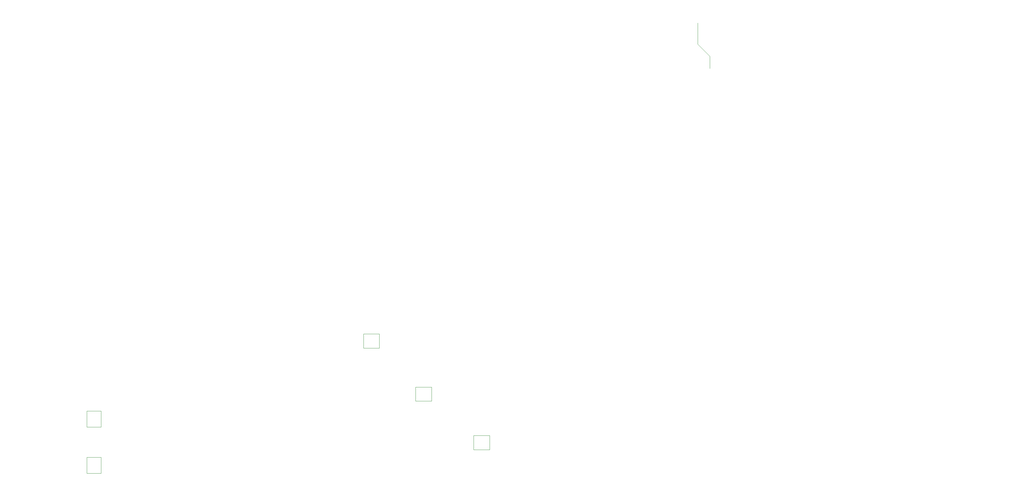
<source format=gtp>
*%FSLAX23Y23*%
*%MOIN*%
G01*
D22*
X10784Y9889D02*
D03*
X10803D02*
D03*
X10823D02*
D03*
X10843D02*
D03*
X10862D02*
D03*
X10882D02*
D03*
X10902D02*
D03*
X10921D02*
D03*
X10941D02*
D03*
X10961D02*
D03*
X10980D02*
D03*
X11000D02*
D03*
X11020D02*
D03*
X11039D02*
D03*
X11059D02*
D03*
X11079D02*
D03*
X11098D02*
D03*
X11118D02*
D03*
X11138D02*
D03*
X11158D02*
D03*
X11177D02*
D03*
X11197D02*
D03*
X11217D02*
D03*
X11236D02*
D03*
X11256D02*
D03*
X11276D02*
D03*
X11295D02*
D03*
X11315D02*
D03*
X11335D02*
D03*
X11354D02*
D03*
X11374D02*
D03*
X11394D02*
D03*
X11413D02*
D03*
X11433D02*
D03*
X11453D02*
D03*
X11472D02*
D03*
Y9047D02*
D03*
X11453D02*
D03*
X11433D02*
D03*
X11413D02*
D03*
X11394D02*
D03*
X11374D02*
D03*
X11354D02*
D03*
X11335D02*
D03*
X11315D02*
D03*
X11295D02*
D03*
X11276D02*
D03*
X11256D02*
D03*
X11236D02*
D03*
X11217D02*
D03*
X11197D02*
D03*
X11177D02*
D03*
X11158D02*
D03*
X11138D02*
D03*
X11118D02*
D03*
X11098D02*
D03*
X11079D02*
D03*
X11059D02*
D03*
X11039D02*
D03*
X11020D02*
D03*
X11000D02*
D03*
X10980D02*
D03*
X10961D02*
D03*
X10941D02*
D03*
X10921D02*
D03*
X10902D02*
D03*
X10882D02*
D03*
X10862D02*
D03*
X10843D02*
D03*
X10823D02*
D03*
X10803D02*
D03*
X10784D02*
D03*
D23*
X12403Y10369D02*
D03*
X12423D02*
D03*
X12442D02*
D03*
X12462D02*
D03*
X12482D02*
D03*
X12501D02*
D03*
X12521D02*
D03*
X12541D02*
D03*
X12560D02*
D03*
X12580D02*
D03*
X12600D02*
D03*
X12619D02*
D03*
X12639D02*
D03*
X12659D02*
D03*
X12679D02*
D03*
X12698D02*
D03*
X12718D02*
D03*
X12738D02*
D03*
X12757D02*
D03*
X12777D02*
D03*
X12797D02*
D03*
X12816D02*
D03*
X12836D02*
D03*
X12856D02*
D03*
X12383Y9755D02*
D03*
X12403D02*
D03*
X12423D02*
D03*
X12442D02*
D03*
X12462D02*
D03*
X12482D02*
D03*
X12501D02*
D03*
X12521D02*
D03*
X12541D02*
D03*
X12560D02*
D03*
X12580D02*
D03*
X12600D02*
D03*
X12619D02*
D03*
X12639D02*
D03*
X12659D02*
D03*
X12679D02*
D03*
X12698D02*
D03*
X12718D02*
D03*
X12738D02*
D03*
X12757D02*
D03*
X12777D02*
D03*
X12797D02*
D03*
X12816D02*
D03*
X12836D02*
D03*
X12856D02*
D03*
X12383Y10369D02*
D03*
X12380Y8802D02*
D03*
X12361D02*
D03*
X12341D02*
D03*
X12321D02*
D03*
X12302D02*
D03*
X12282D02*
D03*
X12262D02*
D03*
X12243D02*
D03*
X12223D02*
D03*
X12203D02*
D03*
X12184D02*
D03*
X12164D02*
D03*
X12144D02*
D03*
X12125D02*
D03*
X12105D02*
D03*
X12085D02*
D03*
X12066D02*
D03*
X12046D02*
D03*
X12026D02*
D03*
X12006D02*
D03*
X11987D02*
D03*
X11967D02*
D03*
X11947D02*
D03*
X11928D02*
D03*
X12400Y9416D02*
D03*
X12380D02*
D03*
X12361D02*
D03*
X12341D02*
D03*
X12321D02*
D03*
X12302D02*
D03*
X12282D02*
D03*
X12262D02*
D03*
X12243D02*
D03*
X12223D02*
D03*
X12203D02*
D03*
X12184D02*
D03*
X12164D02*
D03*
X12144D02*
D03*
X12125D02*
D03*
X12105D02*
D03*
X12085D02*
D03*
X12066D02*
D03*
X12046D02*
D03*
X12026D02*
D03*
X12006D02*
D03*
X11987D02*
D03*
X11967D02*
D03*
X11947D02*
D03*
X11928D02*
D03*
X12400Y8802D02*
D03*
D25*
X13830Y9248D02*
D03*
X13907D02*
D03*
X13932D02*
D03*
X13958D02*
D03*
X13984D02*
D03*
X14009D02*
D03*
X14034D02*
D03*
X14060D02*
D03*
X14086D02*
D03*
X14112D02*
D03*
X14137D02*
D03*
X13881D02*
D03*
X13856D02*
D03*
X13804D02*
D03*
X13779D02*
D03*
X13754D02*
D03*
X13728D02*
D03*
X13702D02*
D03*
X13676D02*
D03*
X13651D02*
D03*
Y9838D02*
D03*
X13676D02*
D03*
X13702D02*
D03*
X13728D02*
D03*
X13754D02*
D03*
X13779D02*
D03*
X13804D02*
D03*
X13830D02*
D03*
X13856D02*
D03*
X13881D02*
D03*
X13907D02*
D03*
X13932D02*
D03*
X13958D02*
D03*
X13984D02*
D03*
X14009D02*
D03*
X14034D02*
D03*
X14060D02*
D03*
X14086D02*
D03*
X14112D02*
D03*
X14137D02*
D03*
X13488Y6727D02*
D03*
X13514D02*
D03*
X13540D02*
D03*
X13591D02*
D03*
X13616D02*
D03*
X13642D02*
D03*
X13668D02*
D03*
X13693D02*
D03*
X13719D02*
D03*
X13744D02*
D03*
X13770D02*
D03*
X13796D02*
D03*
X13821D02*
D03*
X13846D02*
D03*
X13872D02*
D03*
X13898D02*
D03*
X13924D02*
D03*
X13949D02*
D03*
Y7317D02*
D03*
X13924D02*
D03*
X13898D02*
D03*
X13872D02*
D03*
X13846D02*
D03*
X13821D02*
D03*
X13796D02*
D03*
X13770D02*
D03*
X13744D02*
D03*
X13719D02*
D03*
X13668D02*
D03*
X13642D02*
D03*
X13616D02*
D03*
X13591D02*
D03*
X13566D02*
D03*
X13540D02*
D03*
X13514D02*
D03*
X13488D02*
D03*
X13463D02*
D03*
Y6727D02*
D03*
X13566D02*
D03*
X13693Y7317D02*
D03*
D29*
X11195Y8492D02*
D03*
X11235Y8453D02*
D03*
X11038Y8295D02*
D03*
X11471Y8649D02*
D03*
Y8610D02*
D03*
Y8571D02*
D03*
Y8531D02*
D03*
Y8453D02*
D03*
Y8413D02*
D03*
Y8374D02*
D03*
Y8334D02*
D03*
Y8295D02*
D03*
Y8256D02*
D03*
Y8216D02*
D03*
Y8177D02*
D03*
Y8138D02*
D03*
Y8098D02*
D03*
Y8059D02*
D03*
Y8020D02*
D03*
Y7980D02*
D03*
Y7941D02*
D03*
Y7901D02*
D03*
Y7862D02*
D03*
Y7823D02*
D03*
X11431Y8649D02*
D03*
Y8610D02*
D03*
Y8571D02*
D03*
Y8531D02*
D03*
Y8492D02*
D03*
Y8453D02*
D03*
Y8413D02*
D03*
Y8374D02*
D03*
Y8334D02*
D03*
Y8295D02*
D03*
Y8256D02*
D03*
Y8216D02*
D03*
Y8177D02*
D03*
Y8138D02*
D03*
Y8098D02*
D03*
Y8059D02*
D03*
Y8020D02*
D03*
Y7980D02*
D03*
Y7941D02*
D03*
Y7901D02*
D03*
Y7862D02*
D03*
Y7823D02*
D03*
X11392Y8649D02*
D03*
Y8610D02*
D03*
Y8571D02*
D03*
Y8531D02*
D03*
Y8492D02*
D03*
Y8374D02*
D03*
Y8334D02*
D03*
Y8295D02*
D03*
Y8256D02*
D03*
Y8216D02*
D03*
Y8177D02*
D03*
Y8138D02*
D03*
Y8098D02*
D03*
Y8059D02*
D03*
Y8020D02*
D03*
Y7980D02*
D03*
Y7941D02*
D03*
Y7901D02*
D03*
Y7862D02*
D03*
Y7823D02*
D03*
X11353Y8649D02*
D03*
Y8610D02*
D03*
Y8571D02*
D03*
Y8531D02*
D03*
Y8374D02*
D03*
Y8334D02*
D03*
Y8295D02*
D03*
Y8256D02*
D03*
Y8216D02*
D03*
Y8177D02*
D03*
Y8138D02*
D03*
Y8098D02*
D03*
Y8059D02*
D03*
Y8020D02*
D03*
Y7980D02*
D03*
Y7941D02*
D03*
Y7901D02*
D03*
Y7862D02*
D03*
Y7823D02*
D03*
X11313Y8649D02*
D03*
Y8610D02*
D03*
Y8571D02*
D03*
Y8531D02*
D03*
X11274Y8649D02*
D03*
Y8610D02*
D03*
Y8571D02*
D03*
Y8531D02*
D03*
X11235Y8649D02*
D03*
Y8610D02*
D03*
Y8571D02*
D03*
Y8531D02*
D03*
X11195Y8610D02*
D03*
Y8571D02*
D03*
Y8531D02*
D03*
X11156Y8649D02*
D03*
Y8610D02*
D03*
Y8571D02*
D03*
Y8531D02*
D03*
X11117Y8649D02*
D03*
Y8610D02*
D03*
Y8571D02*
D03*
Y8531D02*
D03*
X11077Y8649D02*
D03*
Y8610D02*
D03*
Y8571D02*
D03*
Y8531D02*
D03*
X11038Y8649D02*
D03*
Y8610D02*
D03*
Y8571D02*
D03*
Y8531D02*
D03*
X10998Y8649D02*
D03*
Y8610D02*
D03*
Y8571D02*
D03*
Y8531D02*
D03*
X10959Y8649D02*
D03*
Y8610D02*
D03*
Y8571D02*
D03*
Y8531D02*
D03*
X10920Y8649D02*
D03*
Y8610D02*
D03*
Y8571D02*
D03*
Y8531D02*
D03*
X10880Y8649D02*
D03*
Y8610D02*
D03*
Y8571D02*
D03*
Y8531D02*
D03*
X10841Y8610D02*
D03*
Y8571D02*
D03*
Y8531D02*
D03*
X10802Y8649D02*
D03*
Y8610D02*
D03*
Y8571D02*
D03*
Y8531D02*
D03*
X10762Y8649D02*
D03*
Y8610D02*
D03*
Y8571D02*
D03*
Y8531D02*
D03*
X10723Y8649D02*
D03*
Y8610D02*
D03*
Y8571D02*
D03*
Y8531D02*
D03*
X10683Y8649D02*
D03*
Y8610D02*
D03*
Y8571D02*
D03*
Y8531D02*
D03*
X10644Y8649D02*
D03*
Y8610D02*
D03*
Y8571D02*
D03*
Y8531D02*
D03*
X11353Y8492D02*
D03*
X11471D02*
D03*
X11353Y8413D02*
D03*
X11392D02*
D03*
X11353Y8453D02*
D03*
X11313Y8492D02*
D03*
Y8453D02*
D03*
Y8413D02*
D03*
Y8374D02*
D03*
Y8334D02*
D03*
Y8295D02*
D03*
Y8256D02*
D03*
Y8216D02*
D03*
Y8177D02*
D03*
Y8138D02*
D03*
Y8098D02*
D03*
Y8059D02*
D03*
Y8020D02*
D03*
Y7980D02*
D03*
Y7941D02*
D03*
Y7901D02*
D03*
Y7862D02*
D03*
Y7823D02*
D03*
X11274Y8492D02*
D03*
Y8453D02*
D03*
Y8413D02*
D03*
Y8374D02*
D03*
Y8334D02*
D03*
Y8295D02*
D03*
Y8256D02*
D03*
Y8216D02*
D03*
Y8177D02*
D03*
Y8138D02*
D03*
Y8098D02*
D03*
Y8059D02*
D03*
Y8020D02*
D03*
Y7980D02*
D03*
Y7941D02*
D03*
Y7901D02*
D03*
Y7862D02*
D03*
Y7823D02*
D03*
X11235Y8492D02*
D03*
Y8413D02*
D03*
Y8374D02*
D03*
Y8334D02*
D03*
Y8295D02*
D03*
Y8256D02*
D03*
Y8216D02*
D03*
Y8177D02*
D03*
Y8138D02*
D03*
Y8098D02*
D03*
Y8059D02*
D03*
Y8020D02*
D03*
Y7980D02*
D03*
Y7941D02*
D03*
Y7901D02*
D03*
Y7862D02*
D03*
Y7823D02*
D03*
X11195Y8649D02*
D03*
Y8453D02*
D03*
Y8413D02*
D03*
X11156Y8492D02*
D03*
Y8453D02*
D03*
Y8413D02*
D03*
X11117Y8492D02*
D03*
Y8453D02*
D03*
Y8413D02*
D03*
X11077Y8492D02*
D03*
Y8453D02*
D03*
Y8413D02*
D03*
X11038Y8492D02*
D03*
Y8453D02*
D03*
Y8413D02*
D03*
X10998Y8492D02*
D03*
Y8453D02*
D03*
Y8413D02*
D03*
X10959Y8492D02*
D03*
Y8453D02*
D03*
Y8413D02*
D03*
X10920Y8492D02*
D03*
Y8453D02*
D03*
Y8413D02*
D03*
X10880Y8492D02*
D03*
Y8453D02*
D03*
Y8413D02*
D03*
Y8374D02*
D03*
Y8334D02*
D03*
Y8295D02*
D03*
Y8256D02*
D03*
Y8216D02*
D03*
Y8177D02*
D03*
Y8138D02*
D03*
Y8098D02*
D03*
Y8059D02*
D03*
Y8020D02*
D03*
Y7980D02*
D03*
Y7941D02*
D03*
Y7901D02*
D03*
Y7862D02*
D03*
Y7823D02*
D03*
X10841Y8649D02*
D03*
X11156Y8334D02*
D03*
Y8295D02*
D03*
Y8256D02*
D03*
Y8216D02*
D03*
Y8177D02*
D03*
Y8138D02*
D03*
X11117Y8334D02*
D03*
Y8295D02*
D03*
Y8256D02*
D03*
Y8216D02*
D03*
Y8177D02*
D03*
Y8138D02*
D03*
X11077Y8334D02*
D03*
Y8295D02*
D03*
Y8256D02*
D03*
Y8216D02*
D03*
Y8177D02*
D03*
Y8138D02*
D03*
X11038Y8334D02*
D03*
Y8216D02*
D03*
Y8177D02*
D03*
Y8138D02*
D03*
Y8256D02*
D03*
X10998Y8334D02*
D03*
Y8295D02*
D03*
Y8256D02*
D03*
Y8216D02*
D03*
Y8177D02*
D03*
Y8138D02*
D03*
X10959Y8334D02*
D03*
Y8295D02*
D03*
Y8256D02*
D03*
Y8216D02*
D03*
Y8177D02*
D03*
Y8138D02*
D03*
X11195Y8059D02*
D03*
Y8020D02*
D03*
Y7980D02*
D03*
Y7941D02*
D03*
Y7901D02*
D03*
Y7862D02*
D03*
Y7823D02*
D03*
X11156Y8059D02*
D03*
Y8020D02*
D03*
Y7980D02*
D03*
Y7941D02*
D03*
Y7901D02*
D03*
Y7862D02*
D03*
Y7823D02*
D03*
X11117Y8059D02*
D03*
Y8020D02*
D03*
Y7980D02*
D03*
Y7941D02*
D03*
Y7901D02*
D03*
Y7862D02*
D03*
Y7823D02*
D03*
X11077Y8059D02*
D03*
Y8020D02*
D03*
Y7980D02*
D03*
Y7941D02*
D03*
Y7901D02*
D03*
Y7862D02*
D03*
Y7823D02*
D03*
X11038Y8059D02*
D03*
Y8020D02*
D03*
Y7980D02*
D03*
Y7941D02*
D03*
Y7901D02*
D03*
Y7862D02*
D03*
Y7823D02*
D03*
X10998Y8059D02*
D03*
Y8020D02*
D03*
Y7980D02*
D03*
Y7941D02*
D03*
Y7901D02*
D03*
Y7862D02*
D03*
Y7823D02*
D03*
X10959Y8020D02*
D03*
Y7980D02*
D03*
Y7941D02*
D03*
Y7901D02*
D03*
Y7862D02*
D03*
Y7823D02*
D03*
X10920Y8059D02*
D03*
X10959D02*
D03*
X10920Y8020D02*
D03*
Y7980D02*
D03*
Y7941D02*
D03*
Y7901D02*
D03*
Y7862D02*
D03*
Y7823D02*
D03*
X10841Y8492D02*
D03*
Y8453D02*
D03*
Y8413D02*
D03*
Y8374D02*
D03*
Y8334D02*
D03*
Y8295D02*
D03*
Y8256D02*
D03*
Y8216D02*
D03*
Y8177D02*
D03*
Y8138D02*
D03*
Y8098D02*
D03*
Y8059D02*
D03*
Y8020D02*
D03*
Y7980D02*
D03*
Y7941D02*
D03*
Y7901D02*
D03*
Y7862D02*
D03*
Y7823D02*
D03*
X10802Y8492D02*
D03*
Y8453D02*
D03*
Y8413D02*
D03*
Y8374D02*
D03*
Y8334D02*
D03*
Y8295D02*
D03*
Y8256D02*
D03*
Y8216D02*
D03*
Y8177D02*
D03*
Y8138D02*
D03*
Y8098D02*
D03*
Y8059D02*
D03*
Y8020D02*
D03*
Y7980D02*
D03*
Y7941D02*
D03*
Y7901D02*
D03*
Y7862D02*
D03*
Y7823D02*
D03*
X10762Y8492D02*
D03*
Y8453D02*
D03*
Y8413D02*
D03*
Y8374D02*
D03*
Y8334D02*
D03*
Y8295D02*
D03*
Y8256D02*
D03*
Y8216D02*
D03*
Y8177D02*
D03*
Y8138D02*
D03*
Y8098D02*
D03*
Y8059D02*
D03*
Y8020D02*
D03*
Y7980D02*
D03*
Y7941D02*
D03*
Y7901D02*
D03*
Y7862D02*
D03*
Y7823D02*
D03*
X10723Y8492D02*
D03*
Y8453D02*
D03*
Y8413D02*
D03*
Y8374D02*
D03*
Y8334D02*
D03*
Y8295D02*
D03*
Y8256D02*
D03*
Y8216D02*
D03*
Y8177D02*
D03*
Y8138D02*
D03*
Y8098D02*
D03*
Y8059D02*
D03*
Y8020D02*
D03*
Y7980D02*
D03*
Y7941D02*
D03*
Y7901D02*
D03*
Y7862D02*
D03*
Y7823D02*
D03*
X10683Y8492D02*
D03*
Y8453D02*
D03*
Y8413D02*
D03*
Y8374D02*
D03*
Y8334D02*
D03*
Y8295D02*
D03*
Y8256D02*
D03*
Y8216D02*
D03*
Y8177D02*
D03*
Y8138D02*
D03*
Y8098D02*
D03*
Y8059D02*
D03*
Y8020D02*
D03*
Y7980D02*
D03*
Y7941D02*
D03*
Y7901D02*
D03*
Y7862D02*
D03*
X10683Y7823D02*
D03*
X10644Y8492D02*
D03*
Y8453D02*
D03*
Y8413D02*
D03*
Y8374D02*
D03*
Y8334D02*
D03*
Y8295D02*
D03*
Y8256D02*
D03*
Y8216D02*
D03*
Y8177D02*
D03*
Y8138D02*
D03*
Y8098D02*
D03*
Y8059D02*
D03*
Y8020D02*
D03*
Y7980D02*
D03*
Y7941D02*
D03*
Y7901D02*
D03*
Y7862D02*
D03*
Y7823D02*
D03*
X11392Y8453D02*
D03*
D33*
X12049Y10013D02*
Y10147D01*
X11916Y10280D02*
Y10512D01*
Y10280D02*
X12049Y10147D01*
D36*
X11491Y7803D02*
D03*
X11223Y8401D02*
D03*
X10892D02*
D03*
X10998Y8390D02*
D03*
X11211Y8307D02*
D03*
X10703Y8590D02*
D03*
Y8512D02*
D03*
Y8472D02*
D03*
Y8433D02*
D03*
Y8394D02*
D03*
Y8354D02*
D03*
Y8315D02*
D03*
Y8275D02*
D03*
X10742D02*
D03*
Y8315D02*
D03*
Y8354D02*
D03*
Y8394D02*
D03*
Y8433D02*
D03*
Y8472D02*
D03*
Y8590D02*
D03*
X10782D02*
D03*
Y8551D02*
D03*
Y8512D02*
D03*
Y8472D02*
D03*
Y8433D02*
D03*
Y8394D02*
D03*
Y8354D02*
D03*
Y8315D02*
D03*
X10821Y8275D02*
D03*
Y8315D02*
D03*
Y8354D02*
D03*
Y8394D02*
D03*
Y8433D02*
D03*
Y8472D02*
D03*
Y8551D02*
D03*
Y8590D02*
D03*
X10861D02*
D03*
Y8551D02*
D03*
Y8512D02*
D03*
Y8472D02*
D03*
Y8433D02*
D03*
Y8394D02*
D03*
Y8354D02*
D03*
Y8315D02*
D03*
Y8275D02*
D03*
X11254D02*
D03*
Y8315D02*
D03*
Y8354D02*
D03*
Y8394D02*
D03*
Y8433D02*
D03*
Y8472D02*
D03*
Y8512D02*
D03*
Y8551D02*
D03*
Y8590D02*
D03*
X11294D02*
D03*
Y8551D02*
D03*
Y8512D02*
D03*
Y8472D02*
D03*
Y8433D02*
D03*
Y8394D02*
D03*
Y8354D02*
D03*
Y8315D02*
D03*
Y8275D02*
D03*
X11333D02*
D03*
Y8315D02*
D03*
Y8354D02*
D03*
Y8394D02*
D03*
Y8433D02*
D03*
Y8512D02*
D03*
Y8590D02*
D03*
X11372Y8512D02*
D03*
Y8472D02*
D03*
Y8433D02*
D03*
Y8394D02*
D03*
Y8354D02*
D03*
Y8315D02*
D03*
Y8275D02*
D03*
X11412Y8315D02*
D03*
Y8354D02*
D03*
Y8394D02*
D03*
Y8433D02*
D03*
Y8472D02*
D03*
Y8512D02*
D03*
Y8551D02*
D03*
Y8590D02*
D03*
X10900D02*
D03*
Y8551D02*
D03*
Y8512D02*
D03*
Y8472D02*
D03*
Y8433D02*
D03*
X10939D02*
D03*
Y8472D02*
D03*
Y8512D02*
D03*
Y8551D02*
D03*
Y8590D02*
D03*
X10979D02*
D03*
Y8551D02*
D03*
Y8512D02*
D03*
Y8472D02*
D03*
X11018Y8590D02*
D03*
Y8551D02*
D03*
Y8512D02*
D03*
Y8472D02*
D03*
Y8433D02*
D03*
X11057Y8512D02*
D03*
Y8551D02*
D03*
Y8590D02*
D03*
X11097D02*
D03*
Y8551D02*
D03*
Y8512D02*
D03*
Y8472D02*
D03*
Y8433D02*
D03*
X11136D02*
D03*
Y8472D02*
D03*
Y8512D02*
D03*
Y8551D02*
D03*
Y8590D02*
D03*
X11176D02*
D03*
Y8551D02*
D03*
Y8512D02*
D03*
Y8472D02*
D03*
Y8433D02*
D03*
X11215D02*
D03*
Y8472D02*
D03*
Y8512D02*
D03*
Y8551D02*
D03*
Y8590D02*
D03*
X10664Y8630D02*
D03*
X10624Y8669D02*
D03*
X11451Y8630D02*
D03*
X10979Y8315D02*
D03*
X11057D02*
D03*
X11136D02*
D03*
X10782Y8275D02*
D03*
X11412D02*
D03*
X10979Y8433D02*
D03*
X11059Y8038D02*
D03*
X11334Y8000D02*
D03*
X11098Y8039D02*
D03*
X11223Y8071D02*
D03*
X11113Y8083D02*
D03*
X10904Y8169D02*
D03*
X10900Y8075D02*
D03*
X11057Y8000D02*
D03*
X10703Y8157D02*
D03*
Y8118D02*
D03*
Y8079D02*
D03*
Y8039D02*
D03*
Y8000D02*
D03*
Y7960D02*
D03*
Y7882D02*
D03*
X10742Y7960D02*
D03*
Y8000D02*
D03*
Y8039D02*
D03*
Y8118D02*
D03*
Y8157D02*
D03*
Y8197D02*
D03*
Y8236D02*
D03*
X10782D02*
D03*
Y8197D02*
D03*
Y8157D02*
D03*
Y8118D02*
D03*
X10821Y7882D02*
D03*
Y7921D02*
D03*
Y7960D02*
D03*
Y8000D02*
D03*
Y8039D02*
D03*
Y8079D02*
D03*
Y8118D02*
D03*
Y8157D02*
D03*
Y8197D02*
D03*
X10861D02*
D03*
Y8157D02*
D03*
Y8118D02*
D03*
Y8079D02*
D03*
Y8039D02*
D03*
Y7960D02*
D03*
Y7921D02*
D03*
Y7882D02*
D03*
X11254D02*
D03*
Y7921D02*
D03*
Y7960D02*
D03*
Y8000D02*
D03*
Y8039D02*
D03*
Y8079D02*
D03*
Y8118D02*
D03*
Y8157D02*
D03*
Y8197D02*
D03*
X11294D02*
D03*
Y8157D02*
D03*
Y8118D02*
D03*
Y8079D02*
D03*
Y8039D02*
D03*
Y8000D02*
D03*
Y7921D02*
D03*
Y7882D02*
D03*
X11333D02*
D03*
Y7921D02*
D03*
Y7960D02*
D03*
Y8039D02*
D03*
Y8079D02*
D03*
Y8118D02*
D03*
Y8157D02*
D03*
Y8236D02*
D03*
X11372D02*
D03*
Y8197D02*
D03*
Y8157D02*
D03*
Y8118D02*
D03*
Y8079D02*
D03*
Y8039D02*
D03*
Y8000D02*
D03*
Y7882D02*
D03*
X11412D02*
D03*
Y7960D02*
D03*
Y8000D02*
D03*
Y8039D02*
D03*
Y8079D02*
D03*
Y8118D02*
D03*
Y8157D02*
D03*
Y8197D02*
D03*
Y8236D02*
D03*
X10900Y8039D02*
D03*
Y7960D02*
D03*
Y7921D02*
D03*
Y7882D02*
D03*
X10939D02*
D03*
Y7921D02*
D03*
Y7960D02*
D03*
Y8000D02*
D03*
Y8039D02*
D03*
X10979Y7960D02*
D03*
Y7921D02*
D03*
Y7882D02*
D03*
X11018D02*
D03*
Y7921D02*
D03*
Y7960D02*
D03*
Y8000D02*
D03*
Y8039D02*
D03*
X11057Y7960D02*
D03*
Y7921D02*
D03*
Y7882D02*
D03*
X11097D02*
D03*
Y7921D02*
D03*
Y7960D02*
D03*
Y8000D02*
D03*
X11136Y8039D02*
D03*
Y8000D02*
D03*
Y7960D02*
D03*
Y7921D02*
D03*
Y7882D02*
D03*
X11176D02*
D03*
Y7921D02*
D03*
Y7960D02*
D03*
Y8000D02*
D03*
Y8039D02*
D03*
X11215D02*
D03*
Y8000D02*
D03*
Y7960D02*
D03*
Y7921D02*
D03*
Y7882D02*
D03*
X11451Y7842D02*
D03*
X10664D02*
D03*
X10624Y7803D02*
D03*
X10979Y8236D02*
D03*
X11057D02*
D03*
X11136D02*
D03*
X10979Y8157D02*
D03*
X11136D02*
D03*
X10782Y7960D02*
D03*
Y8079D02*
D03*
Y8039D02*
D03*
X10703Y8197D02*
D03*
X10703Y7921D02*
D03*
X10703Y8236D02*
D03*
X10742Y8079D02*
D03*
X10782Y7882D02*
D03*
X10861Y8000D02*
D03*
X10900D02*
D03*
X10979D02*
D03*
X11057Y8157D02*
D03*
X10979Y8039D02*
D03*
X11333Y8197D02*
D03*
D58*
X11549Y9812D02*
D03*
Y9793D02*
D03*
Y9773D02*
D03*
Y9753D02*
D03*
Y9734D02*
D03*
Y9714D02*
D03*
Y9694D02*
D03*
Y9675D02*
D03*
Y9655D02*
D03*
Y9635D02*
D03*
Y9616D02*
D03*
Y9596D02*
D03*
Y9576D02*
D03*
Y9557D02*
D03*
Y9537D02*
D03*
Y9517D02*
D03*
Y9498D02*
D03*
Y9478D02*
D03*
Y9458D02*
D03*
Y9438D02*
D03*
Y9419D02*
D03*
Y9399D02*
D03*
Y9379D02*
D03*
Y9360D02*
D03*
Y9340D02*
D03*
Y9320D02*
D03*
Y9301D02*
D03*
Y9281D02*
D03*
Y9261D02*
D03*
Y9242D02*
D03*
Y9222D02*
D03*
Y9202D02*
D03*
Y9183D02*
D03*
Y9163D02*
D03*
Y9143D02*
D03*
Y9124D02*
D03*
X10707Y9557D02*
D03*
Y9655D02*
D03*
Y9537D02*
D03*
Y9498D02*
D03*
Y9517D02*
D03*
Y9458D02*
D03*
Y9438D02*
D03*
Y9419D02*
D03*
Y9399D02*
D03*
Y9379D02*
D03*
Y9360D02*
D03*
Y9340D02*
D03*
Y9320D02*
D03*
Y9301D02*
D03*
Y9281D02*
D03*
Y9261D02*
D03*
Y9242D02*
D03*
Y9222D02*
D03*
Y9202D02*
D03*
Y9183D02*
D03*
Y9163D02*
D03*
Y9143D02*
D03*
Y9124D02*
D03*
Y9812D02*
D03*
Y9793D02*
D03*
Y9773D02*
D03*
Y9753D02*
D03*
Y9734D02*
D03*
Y9714D02*
D03*
Y9694D02*
D03*
Y9675D02*
D03*
Y9635D02*
D03*
Y9616D02*
D03*
Y9596D02*
D03*
Y9576D02*
D03*
Y9478D02*
D03*
D59*
X13599Y9530D02*
D03*
X14189Y9403D02*
D03*
Y9300D02*
D03*
X13599D02*
D03*
Y9325D02*
D03*
Y9351D02*
D03*
Y9377D02*
D03*
Y9403D02*
D03*
Y9428D02*
D03*
Y9453D02*
D03*
Y9479D02*
D03*
Y9505D02*
D03*
Y9556D02*
D03*
Y9581D02*
D03*
Y9607D02*
D03*
Y9633D02*
D03*
Y9658D02*
D03*
Y9683D02*
D03*
Y9709D02*
D03*
Y9735D02*
D03*
Y9761D02*
D03*
Y9786D02*
D03*
X14189D02*
D03*
Y9761D02*
D03*
Y9735D02*
D03*
Y9709D02*
D03*
Y9683D02*
D03*
Y9658D02*
D03*
Y9633D02*
D03*
Y9607D02*
D03*
Y9581D02*
D03*
Y9556D02*
D03*
Y9530D02*
D03*
Y9505D02*
D03*
Y9479D02*
D03*
Y9453D02*
D03*
Y9428D02*
D03*
Y9377D02*
D03*
Y9351D02*
D03*
Y9325D02*
D03*
X14001Y6779D02*
D03*
Y6804D02*
D03*
Y6830D02*
D03*
Y6856D02*
D03*
Y6882D02*
D03*
Y6907D02*
D03*
Y6932D02*
D03*
Y6958D02*
D03*
Y6984D02*
D03*
Y7009D02*
D03*
Y7035D02*
D03*
Y7060D02*
D03*
Y7086D02*
D03*
Y7112D02*
D03*
Y7137D02*
D03*
Y7162D02*
D03*
Y7188D02*
D03*
Y7214D02*
D03*
Y7240D02*
D03*
Y7265D02*
D03*
X13411D02*
D03*
Y7240D02*
D03*
Y7214D02*
D03*
Y7188D02*
D03*
Y7162D02*
D03*
Y7137D02*
D03*
Y7112D02*
D03*
Y7060D02*
D03*
Y7035D02*
D03*
Y6779D02*
D03*
Y6804D02*
D03*
Y6830D02*
D03*
Y6856D02*
D03*
Y6882D02*
D03*
Y6907D02*
D03*
Y6932D02*
D03*
Y6958D02*
D03*
Y6984D02*
D03*
Y7009D02*
D03*
Y7086D02*
D03*
D67*
X12312Y10298D02*
D03*
Y10278D02*
D03*
Y10259D02*
D03*
Y10239D02*
D03*
Y10219D02*
D03*
Y10200D02*
D03*
Y10180D02*
D03*
Y10160D02*
D03*
Y10141D02*
D03*
Y10121D02*
D03*
Y10101D02*
D03*
Y10082D02*
D03*
Y10062D02*
D03*
Y10022D02*
D03*
Y10042D02*
D03*
Y10003D02*
D03*
Y9983D02*
D03*
Y9963D02*
D03*
Y9944D02*
D03*
Y9924D02*
D03*
Y9885D02*
D03*
Y9865D02*
D03*
Y9845D02*
D03*
Y9826D02*
D03*
X12927Y10278D02*
D03*
Y10259D02*
D03*
Y10239D02*
D03*
Y10219D02*
D03*
Y10200D02*
D03*
Y10180D02*
D03*
Y10160D02*
D03*
Y10141D02*
D03*
Y10121D02*
D03*
Y10101D02*
D03*
Y10082D02*
D03*
Y10062D02*
D03*
Y10042D02*
D03*
Y10022D02*
D03*
Y10003D02*
D03*
Y9983D02*
D03*
Y9963D02*
D03*
Y9944D02*
D03*
Y9924D02*
D03*
Y9904D02*
D03*
Y9885D02*
D03*
Y9865D02*
D03*
Y9845D02*
D03*
Y9826D02*
D03*
Y10298D02*
D03*
X12312Y9904D02*
D03*
X12471Y8872D02*
D03*
Y8892D02*
D03*
Y8912D02*
D03*
Y8932D02*
D03*
Y8951D02*
D03*
Y8971D02*
D03*
Y8991D02*
D03*
Y9010D02*
D03*
Y9030D02*
D03*
Y9050D02*
D03*
Y9069D02*
D03*
Y9089D02*
D03*
Y9109D02*
D03*
Y9148D02*
D03*
Y9128D02*
D03*
Y9168D02*
D03*
Y9187D02*
D03*
Y9207D02*
D03*
Y9227D02*
D03*
Y9246D02*
D03*
Y9286D02*
D03*
Y9306D02*
D03*
Y9325D02*
D03*
Y9345D02*
D03*
X11857Y8892D02*
D03*
Y8912D02*
D03*
Y8932D02*
D03*
Y8951D02*
D03*
Y8971D02*
D03*
Y8991D02*
D03*
Y9010D02*
D03*
Y9030D02*
D03*
Y9050D02*
D03*
Y9069D02*
D03*
Y9089D02*
D03*
Y9109D02*
D03*
Y9128D02*
D03*
Y9148D02*
D03*
Y9168D02*
D03*
Y9187D02*
D03*
Y9207D02*
D03*
Y9227D02*
D03*
Y9246D02*
D03*
Y9266D02*
D03*
Y9286D02*
D03*
Y9306D02*
D03*
Y9325D02*
D03*
Y9345D02*
D03*
Y8872D02*
D03*
X12471Y9266D02*
D03*
D70*
X14561Y10278D02*
D03*
X14574Y6989D02*
D03*
D75*
X10522Y10528D02*
D03*
Y10478D02*
D03*
Y10428D02*
D03*
Y10378D02*
D03*
X10302D02*
D03*
Y10428D02*
D03*
Y10478D02*
D03*
Y10528D02*
D03*
X5050Y8952D02*
D03*
Y9002D02*
D03*
Y9052D02*
D03*
Y9102D02*
D03*
Y9152D02*
D03*
Y9202D02*
D03*
Y9252D02*
D03*
Y9302D02*
D03*
X4830D02*
D03*
Y9252D02*
D03*
Y9202D02*
D03*
Y9152D02*
D03*
Y9102D02*
D03*
Y9052D02*
D03*
Y9002D02*
D03*
Y8952D02*
D03*
D91*
X11805Y6427D02*
D03*
X11825D02*
D03*
X11845D02*
D03*
X11864D02*
D03*
X11825Y6092D02*
D03*
X11845D02*
D03*
X11864D02*
D03*
X11884D02*
D03*
X11904D02*
D03*
X11923D02*
D03*
X11943D02*
D03*
X11963D02*
D03*
X11983D02*
D03*
X12002D02*
D03*
Y6427D02*
D03*
X11983D02*
D03*
X11963D02*
D03*
X11943D02*
D03*
X11923D02*
D03*
X11904D02*
D03*
X11884D02*
D03*
X11805Y6092D02*
D03*
X12022D02*
D03*
Y6427D02*
D03*
D104*
X10322Y10007D02*
D03*
X10247D02*
D03*
Y10107D02*
D03*
X10284D02*
D03*
X10322D02*
D03*
X10442Y10214D02*
D03*
X10480D02*
D03*
X10517D02*
D03*
Y10314D02*
D03*
X10442D02*
D03*
X10482Y10107D02*
D03*
X10444D02*
D03*
X10407D02*
D03*
Y10007D02*
D03*
X10482D02*
D03*
X10282Y10314D02*
D03*
X10357D02*
D03*
Y10214D02*
D03*
X10320D02*
D03*
X10282D02*
D03*
D108*
X10508Y7134D02*
D03*
X10308Y7269D02*
D03*
X12508D02*
D03*
X12458D02*
D03*
X12408D02*
D03*
X12358D02*
D03*
X12308D02*
D03*
X12258D02*
D03*
X12208D02*
D03*
X12158D02*
D03*
X12108D02*
D03*
X12058D02*
D03*
X12008D02*
D03*
X11958D02*
D03*
X11908D02*
D03*
X11858D02*
D03*
X11808D02*
D03*
X11758D02*
D03*
X11708D02*
D03*
X11658D02*
D03*
X11608D02*
D03*
X11558D02*
D03*
X11508D02*
D03*
X11458D02*
D03*
X11408D02*
D03*
X11358D02*
D03*
X11308D02*
D03*
X11258D02*
D03*
X11208D02*
D03*
X11158D02*
D03*
X11108D02*
D03*
X11058D02*
D03*
X11008D02*
D03*
X10958D02*
D03*
X10908D02*
D03*
X10858D02*
D03*
X10808D02*
D03*
X10758D02*
D03*
X10708D02*
D03*
X10658D02*
D03*
X10608D02*
D03*
X10558D02*
D03*
X10508D02*
D03*
X10458D02*
D03*
X10408D02*
D03*
X10358D02*
D03*
X10308Y7134D02*
D03*
X12508D02*
D03*
X12458D02*
D03*
X12408D02*
D03*
X12358D02*
D03*
X12308D02*
D03*
X12258D02*
D03*
X12208D02*
D03*
X12158D02*
D03*
X12108D02*
D03*
X12058D02*
D03*
X12008D02*
D03*
X11958D02*
D03*
X11908D02*
D03*
X11858D02*
D03*
X11808D02*
D03*
X11758D02*
D03*
X11708D02*
D03*
X11658D02*
D03*
X11608D02*
D03*
X11558D02*
D03*
X11508D02*
D03*
X11458D02*
D03*
X11408D02*
D03*
X11358D02*
D03*
X11308D02*
D03*
X11258D02*
D03*
X11208D02*
D03*
X11158D02*
D03*
X11108D02*
D03*
X11058D02*
D03*
X11008D02*
D03*
X10958D02*
D03*
X10908D02*
D03*
X10858D02*
D03*
X10808D02*
D03*
X10758D02*
D03*
X10708D02*
D03*
X10658D02*
D03*
X10608D02*
D03*
X10558D02*
D03*
X10458D02*
D03*
X10408D02*
D03*
X10358D02*
D03*
X6757Y10288D02*
D03*
X6557Y10423D02*
D03*
X8757D02*
D03*
X8707D02*
D03*
X8657D02*
D03*
X8607D02*
D03*
X8557D02*
D03*
X8507D02*
D03*
X8457D02*
D03*
X8407D02*
D03*
X8357D02*
D03*
X8307D02*
D03*
X8257D02*
D03*
X8207D02*
D03*
X8157D02*
D03*
X8107D02*
D03*
X8057D02*
D03*
X8007D02*
D03*
X7957D02*
D03*
X7907D02*
D03*
X7857D02*
D03*
X7807D02*
D03*
X7757D02*
D03*
X7707D02*
D03*
X7657D02*
D03*
X7607D02*
D03*
X7557D02*
D03*
X7507D02*
D03*
X7457D02*
D03*
X7407D02*
D03*
X7357D02*
D03*
X7307D02*
D03*
X7257D02*
D03*
X7207D02*
D03*
X7157D02*
D03*
X7107D02*
D03*
X7057D02*
D03*
X7007D02*
D03*
X6957D02*
D03*
X6907D02*
D03*
X6857D02*
D03*
X6807D02*
D03*
X6757D02*
D03*
X6707D02*
D03*
X6657D02*
D03*
X6607D02*
D03*
X6557Y10288D02*
D03*
X8757D02*
D03*
X8707D02*
D03*
X8657D02*
D03*
X8607D02*
D03*
X8557D02*
D03*
X8507D02*
D03*
X8457D02*
D03*
X8407D02*
D03*
X8357D02*
D03*
X8307D02*
D03*
X8257D02*
D03*
X8207D02*
D03*
X8157D02*
D03*
X8107D02*
D03*
X8057D02*
D03*
X8007D02*
D03*
X7957D02*
D03*
X7907D02*
D03*
X7857D02*
D03*
X7807D02*
D03*
X7757D02*
D03*
X7707D02*
D03*
X7657D02*
D03*
X7607D02*
D03*
X7557D02*
D03*
X7507D02*
D03*
X7457D02*
D03*
X7407D02*
D03*
X7357D02*
D03*
X7307D02*
D03*
X7257D02*
D03*
X7207D02*
D03*
X7157D02*
D03*
X7107D02*
D03*
X7057D02*
D03*
X7007D02*
D03*
X6957D02*
D03*
X6907D02*
D03*
X6857D02*
D03*
X6807D02*
D03*
X6707D02*
D03*
X6657D02*
D03*
X6607D02*
D03*
D119*
X4825Y8829D02*
D03*
X5132D02*
D03*
X4825Y8779D02*
D03*
Y8729D02*
D03*
Y8679D02*
D03*
Y8629D02*
D03*
X5132Y8779D02*
D03*
Y8729D02*
D03*
Y8679D02*
D03*
Y8629D02*
D03*
Y8579D02*
D03*
X4825D02*
D03*
D120*
X14294Y9455D02*
D03*
X14357D02*
D03*
X12275Y5432D02*
D03*
X12337D02*
D03*
D124*
X13962Y9052D02*
D03*
Y8832D02*
D03*
X14186D02*
D03*
Y9052D02*
D03*
D130*
X11746Y6151D02*
D03*
Y6171D02*
D03*
Y6190D02*
D03*
Y6210D02*
D03*
Y6230D02*
D03*
Y6249D02*
D03*
Y6269D02*
D03*
Y6289D02*
D03*
Y6308D02*
D03*
Y6328D02*
D03*
Y6348D02*
D03*
Y6368D02*
D03*
X12081Y6171D02*
D03*
Y6190D02*
D03*
Y6210D02*
D03*
Y6230D02*
D03*
Y6249D02*
D03*
Y6269D02*
D03*
Y6289D02*
D03*
Y6308D02*
D03*
Y6328D02*
D03*
Y6348D02*
D03*
Y6151D02*
D03*
Y6368D02*
D03*
D132*
X13196Y6695D02*
D03*
X12976D02*
D03*
Y6919D02*
D03*
X13196D02*
D03*
D136*
X10577Y10305D02*
D03*
Y10242D02*
D03*
X10548Y10031D02*
D03*
Y10094D02*
D03*
X4625Y6626D02*
D03*
Y6689D02*
D03*
D138*
X10131Y7535D02*
D03*
Y7561D02*
D03*
Y7586D02*
D03*
Y7612D02*
D03*
Y7638D02*
D03*
Y7663D02*
D03*
Y7689D02*
D03*
Y7714D02*
D03*
Y7740D02*
D03*
Y7766D02*
D03*
X10336D02*
D03*
Y7740D02*
D03*
Y7714D02*
D03*
Y7689D02*
D03*
Y7663D02*
D03*
Y7638D02*
D03*
Y7612D02*
D03*
Y7586D02*
D03*
Y7561D02*
D03*
Y7535D02*
D03*
D146*
X14929Y10027D02*
D03*
X14843D02*
D03*
X15109Y10337D02*
D03*
X15023D02*
D03*
X15109Y10247D02*
D03*
X15023D02*
D03*
X15013Y8682D02*
D03*
X15103D02*
D03*
X14802Y8610D02*
D03*
X14712D02*
D03*
X14808Y8914D02*
D03*
X14718D02*
D03*
X15016Y8987D02*
D03*
X15106D02*
D03*
X15244Y9407D02*
D03*
X15158D02*
D03*
X15004Y9497D02*
D03*
X14918D02*
D03*
X15004Y9407D02*
D03*
X14918D02*
D03*
X15244Y9497D02*
D03*
X15158D02*
D03*
X15029Y7132D02*
D03*
X15115D02*
D03*
X15112Y7232D02*
D03*
X15026D02*
D03*
X15087Y6967D02*
D03*
X15001D02*
D03*
X15107Y6797D02*
D03*
X15021D02*
D03*
X15024Y6697D02*
D03*
X15110D02*
D03*
X14674Y6223D02*
D03*
X14584D02*
D03*
X14563Y10032D02*
D03*
X14649D02*
D03*
X14345Y10392D02*
D03*
X14255D02*
D03*
X14602Y10559D02*
D03*
X14512D02*
D03*
X14515Y10464D02*
D03*
X14605D02*
D03*
X14192Y9971D02*
D03*
X14278D02*
D03*
X14258Y10057D02*
D03*
X14344D02*
D03*
X14414Y9843D02*
D03*
X14324D02*
D03*
X13982Y8711D02*
D03*
X14068D02*
D03*
X13614Y8646D02*
D03*
X13524D02*
D03*
X14149Y8352D02*
D03*
X14239D02*
D03*
X14239Y8442D02*
D03*
X14153D02*
D03*
X14237Y8532D02*
D03*
X14151D02*
D03*
X14069Y8622D02*
D03*
X13983D02*
D03*
X14149Y8622D02*
D03*
X14239D02*
D03*
X14239Y8712D02*
D03*
X14153D02*
D03*
X14414Y9762D02*
D03*
X14324D02*
D03*
X13834Y9126D02*
D03*
X13748D02*
D03*
X13595Y8952D02*
D03*
X13505D02*
D03*
X14181Y7440D02*
D03*
X14271D02*
D03*
X13235Y7056D02*
D03*
X13145D02*
D03*
X13061Y7051D02*
D03*
X12971D02*
D03*
X14560Y7175D02*
D03*
X14474D02*
D03*
X14574Y6734D02*
D03*
X14660D02*
D03*
X14225Y6457D02*
D03*
X14315D02*
D03*
X13042Y6532D02*
D03*
X12956D02*
D03*
X13215Y6347D02*
D03*
X13125D02*
D03*
X14225Y6067D02*
D03*
X14315D02*
D03*
X13911Y6507D02*
D03*
X14001D02*
D03*
X13914Y6597D02*
D03*
X14000D02*
D03*
X13126Y6262D02*
D03*
X13216D02*
D03*
X13126Y6182D02*
D03*
X13216D02*
D03*
X13126Y6437D02*
D03*
X13216D02*
D03*
X13129Y6537D02*
D03*
X13215D02*
D03*
X12186Y10328D02*
D03*
X12096D02*
D03*
X11682Y5621D02*
D03*
X11768D02*
D03*
X12959Y6437D02*
D03*
X13045D02*
D03*
X11955Y5812D02*
D03*
X11865D02*
D03*
X10430Y10637D02*
D03*
X10520D02*
D03*
X10292Y10623D02*
D03*
X10202D02*
D03*
X10107Y9728D02*
D03*
X10197D02*
D03*
X10960Y6927D02*
D03*
X10870D02*
D03*
X10487Y7777D02*
D03*
X10401D02*
D03*
X10512Y7702D02*
D03*
X10426D02*
D03*
X11495Y5834D02*
D03*
X11405D02*
D03*
X9632Y10398D02*
D03*
X9722D02*
D03*
Y10298D02*
D03*
X9632D02*
D03*
X9637Y10578D02*
D03*
X9727D02*
D03*
X5209Y7322D02*
D03*
X5295D02*
D03*
D149*
X12022Y5677D02*
D03*
Y5754D02*
D03*
Y5728D02*
D03*
X12146Y5754D02*
D03*
Y5728D02*
D03*
Y5703D02*
D03*
Y5677D02*
D03*
X12022Y5703D02*
D03*
X11451Y6010D02*
D03*
X11327Y6036D02*
D03*
Y6010D02*
D03*
Y5985D02*
D03*
Y5959D02*
D03*
X11451Y5985D02*
D03*
Y5959D02*
D03*
Y6036D02*
D03*
D153*
X14178Y8942D02*
D03*
X13970D02*
D03*
X12960Y6807D02*
D03*
X13212D02*
D03*
D154*
X12435Y6292D02*
D03*
X12717D02*
D03*
Y6266D02*
D03*
Y6241D02*
D03*
Y6215D02*
D03*
Y6190D02*
D03*
Y6164D02*
D03*
Y6138D02*
D03*
Y6113D02*
D03*
Y6087D02*
D03*
Y6062D02*
D03*
X12435D02*
D03*
Y6087D02*
D03*
Y6113D02*
D03*
Y6138D02*
D03*
Y6164D02*
D03*
Y6190D02*
D03*
Y6215D02*
D03*
Y6241D02*
D03*
Y6266D02*
D03*
X11004Y6348D02*
D03*
Y6323D02*
D03*
Y6297D02*
D03*
Y6272D02*
D03*
Y6246D02*
D03*
Y6220D02*
D03*
Y6195D02*
D03*
Y6169D02*
D03*
Y6144D02*
D03*
X11286D02*
D03*
Y6169D02*
D03*
Y6195D02*
D03*
Y6220D02*
D03*
Y6246D02*
D03*
Y6272D02*
D03*
Y6297D02*
D03*
Y6323D02*
D03*
Y6348D02*
D03*
Y6374D02*
D03*
X11004D02*
D03*
D155*
X15117Y8568D02*
D03*
X14982D02*
D03*
X14691Y8496D02*
D03*
X14826D02*
D03*
X15126Y9097D02*
D03*
X14991D02*
D03*
X14693Y9024D02*
D03*
X14828D02*
D03*
X14557Y6107D02*
D03*
X14692D02*
D03*
X13506Y8532D02*
D03*
X13641D02*
D03*
X14300Y9367D02*
D03*
X14435D02*
D03*
X14300Y9542D02*
D03*
X14435D02*
D03*
X13490Y9062D02*
D03*
X13625D02*
D03*
X14300Y7554D02*
D03*
X14165D02*
D03*
X14335Y5952D02*
D03*
X14200D02*
D03*
X14340Y6337D02*
D03*
X14205D02*
D03*
X12146Y10422D02*
D03*
X12281D02*
D03*
X10187Y9823D02*
D03*
X10052D02*
D03*
X10142Y9626D02*
D03*
X10277D02*
D03*
X10224Y9474D02*
D03*
X10359D02*
D03*
X8620Y7427D02*
D03*
X8755D02*
D03*
X8619Y7274D02*
D03*
X8754D02*
D03*
X9950Y5742D02*
D03*
X9815D02*
D03*
X9235Y6042D02*
D03*
X9100D02*
D03*
X4495Y6407D02*
D03*
X4630D02*
D03*
Y6532D02*
D03*
X4495D02*
D03*
D163*
X14915Y10211D02*
D03*
Y10125D02*
D03*
Y10381D02*
D03*
Y10295D02*
D03*
X15013Y8891D02*
D03*
Y8801D02*
D03*
X15102Y8802D02*
D03*
Y8892D02*
D03*
X15080Y9411D02*
D03*
Y9325D02*
D03*
X15082Y9578D02*
D03*
Y9492D02*
D03*
X14920Y9592D02*
D03*
Y9682D02*
D03*
X14715Y8728D02*
D03*
Y8818D02*
D03*
X14804Y8819D02*
D03*
Y8729D02*
D03*
X14935Y6879D02*
D03*
Y6793D02*
D03*
X14936Y7045D02*
D03*
Y7131D02*
D03*
X14684Y6308D02*
D03*
Y6398D02*
D03*
X14589Y6395D02*
D03*
Y6305D02*
D03*
X14430Y10569D02*
D03*
Y10479D02*
D03*
X14385Y10235D02*
D03*
Y10321D02*
D03*
X14465Y10286D02*
D03*
Y10372D02*
D03*
X13526Y8766D02*
D03*
Y8856D02*
D03*
X13615Y8857D02*
D03*
Y8767D02*
D03*
X14395Y7029D02*
D03*
Y6943D02*
D03*
X14475Y7094D02*
D03*
Y7008D02*
D03*
X14177Y7355D02*
D03*
Y7265D02*
D03*
X14268Y7355D02*
D03*
Y7265D02*
D03*
X14351Y5365D02*
D03*
Y5451D02*
D03*
X13831Y5365D02*
D03*
Y5451D02*
D03*
X13311Y5365D02*
D03*
Y5451D02*
D03*
X13426Y5665D02*
D03*
Y5751D02*
D03*
X14329Y6240D02*
D03*
Y6150D02*
D03*
X14286Y6675D02*
D03*
Y6761D02*
D03*
X14166Y6640D02*
D03*
Y6726D02*
D03*
X14219Y6240D02*
D03*
Y6150D02*
D03*
X13940Y5912D02*
D03*
Y5822D02*
D03*
X13810Y5912D02*
D03*
Y5822D02*
D03*
X13680Y5912D02*
D03*
Y5822D02*
D03*
X13555Y5912D02*
D03*
Y5822D02*
D03*
X13425Y5912D02*
D03*
Y5822D02*
D03*
X13295Y5912D02*
D03*
Y5822D02*
D03*
X13165Y5912D02*
D03*
Y5822D02*
D03*
X13030Y5912D02*
D03*
Y5822D02*
D03*
X13941Y5665D02*
D03*
Y5751D02*
D03*
X13811Y5665D02*
D03*
Y5751D02*
D03*
X13681Y5665D02*
D03*
Y5751D02*
D03*
X13556Y5665D02*
D03*
Y5751D02*
D03*
X13296Y5665D02*
D03*
Y5751D02*
D03*
X13166Y5665D02*
D03*
Y5751D02*
D03*
X13031Y5665D02*
D03*
Y5751D02*
D03*
X12801Y5365D02*
D03*
Y5451D02*
D03*
X11670Y5902D02*
D03*
Y5812D02*
D03*
X10692Y10628D02*
D03*
Y10538D02*
D03*
X10612D02*
D03*
Y10628D02*
D03*
X10032Y10539D02*
D03*
Y10625D02*
D03*
X10113Y10627D02*
D03*
Y10541D02*
D03*
X11046Y6912D02*
D03*
Y6822D02*
D03*
X10976Y6078D02*
D03*
Y5988D02*
D03*
X10735Y6317D02*
D03*
Y6227D02*
D03*
X9817Y10303D02*
D03*
Y10393D02*
D03*
X9532Y10303D02*
D03*
Y10393D02*
D03*
Y10578D02*
D03*
Y10488D02*
D03*
X5375Y6947D02*
D03*
Y7037D02*
D03*
X5170Y8957D02*
D03*
Y9047D02*
D03*
Y9122D02*
D03*
Y9212D02*
D03*
X5145Y9287D02*
D03*
Y9377D02*
D03*
X4730Y8933D02*
D03*
Y8843D02*
D03*
X5210Y7617D02*
D03*
Y7707D02*
D03*
D165*
X14488Y5458D02*
D03*
X13433D02*
D03*
X12903D02*
D03*
X13953D02*
D03*
X11813Y5456D02*
D03*
D176*
X14785Y10228D02*
D03*
Y10178D02*
D03*
Y10128D02*
D03*
X14561D02*
D03*
Y10178D02*
D03*
Y10228D02*
D03*
X14785Y10278D02*
D03*
X14798Y6939D02*
D03*
Y6889D02*
D03*
Y6839D02*
D03*
X14574D02*
D03*
Y6889D02*
D03*
Y6939D02*
D03*
X14798Y6989D02*
D03*
D178*
X12337Y5489D02*
D03*
Y5539D02*
D03*
Y5589D02*
D03*
Y5639D02*
D03*
Y5689D02*
D03*
Y5739D02*
D03*
Y5789D02*
D03*
Y5839D02*
D03*
Y5889D02*
D03*
Y5939D02*
D03*
X12712Y5489D02*
D03*
Y5539D02*
D03*
Y5589D02*
D03*
Y5639D02*
D03*
Y5689D02*
D03*
Y5739D02*
D03*
Y5789D02*
D03*
Y5839D02*
D03*
Y5889D02*
D03*
Y5939D02*
D03*
X5079Y7615D02*
D03*
Y7565D02*
D03*
Y7515D02*
D03*
Y7465D02*
D03*
Y7415D02*
D03*
Y7365D02*
D03*
Y7315D02*
D03*
Y7265D02*
D03*
Y7215D02*
D03*
Y7165D02*
D03*
X4704Y7615D02*
D03*
Y7565D02*
D03*
Y7515D02*
D03*
Y7465D02*
D03*
Y7415D02*
D03*
Y7365D02*
D03*
Y7315D02*
D03*
Y7265D02*
D03*
Y7215D02*
D03*
Y7165D02*
D03*
X4702Y6629D02*
D03*
Y6679D02*
D03*
Y6729D02*
D03*
Y6779D02*
D03*
Y6829D02*
D03*
Y6879D02*
D03*
Y6929D02*
D03*
Y6979D02*
D03*
Y7029D02*
D03*
Y7079D02*
D03*
X5077Y6629D02*
D03*
Y6679D02*
D03*
Y6729D02*
D03*
Y6779D02*
D03*
Y6829D02*
D03*
Y6879D02*
D03*
Y6929D02*
D03*
Y6979D02*
D03*
Y7029D02*
D03*
Y7079D02*
D03*
D180*
X10818Y10423D02*
D03*
Y10323D02*
D03*
Y10223D02*
D03*
X10652D02*
D03*
Y10323D02*
D03*
Y10423D02*
D03*
X10153Y10443D02*
D03*
Y10343D02*
D03*
Y10243D02*
D03*
X9987D02*
D03*
Y10343D02*
D03*
Y10443D02*
D03*
D181*
X8796Y6052D02*
D03*
X8996D02*
D03*
X8896D02*
D03*
X9436Y5517D02*
D03*
X9636D02*
D03*
X9536D02*
D03*
X8321Y6637D02*
D03*
X8421D02*
D03*
X8221D02*
D03*
D182*
X11143Y6998D02*
D03*
Y6972D02*
D03*
Y6947D02*
D03*
Y6921D02*
D03*
Y6896D02*
D03*
Y6870D02*
D03*
Y6844D02*
D03*
Y6819D02*
D03*
X11395D02*
D03*
Y6844D02*
D03*
Y6870D02*
D03*
Y6896D02*
D03*
Y6921D02*
D03*
Y6947D02*
D03*
Y6972D02*
D03*
Y6998D02*
D03*
D183*
X14809Y9277D02*
D03*
Y9327D02*
D03*
Y9377D02*
D03*
Y9427D02*
D03*
Y9477D02*
D03*
Y9527D02*
D03*
Y9577D02*
D03*
Y9627D02*
D03*
X14565D02*
D03*
Y9577D02*
D03*
Y9527D02*
D03*
Y9477D02*
D03*
Y9427D02*
D03*
Y9377D02*
D03*
Y9327D02*
D03*
Y9277D02*
D03*
D189*
X14074Y9068D02*
D03*
Y8816D02*
D03*
X13086Y6911D02*
D03*
Y6703D02*
D03*
D192*
X15219Y10292D02*
D03*
Y10157D02*
D03*
X15220Y6752D02*
D03*
Y6617D02*
D03*
X15221Y7182D02*
D03*
Y7317D02*
D03*
X14315Y10467D02*
D03*
Y10602D02*
D03*
X14155Y10092D02*
D03*
Y10227D02*
D03*
X14279Y10142D02*
D03*
Y10277D02*
D03*
X14170Y6942D02*
D03*
Y6807D02*
D03*
X14290Y6987D02*
D03*
Y6852D02*
D03*
X10775Y6807D02*
D03*
Y6942D02*
D03*
X10348Y6873D02*
D03*
Y6738D02*
D03*
X10475Y6873D02*
D03*
Y6738D02*
D03*
X10835Y6222D02*
D03*
Y6087D02*
D03*
X9456Y7667D02*
D03*
Y7802D02*
D03*
X9595D02*
D03*
Y7667D02*
D03*
X9145Y7670D02*
D03*
Y7805D02*
D03*
X8610Y6747D02*
D03*
Y6882D02*
D03*
X9265Y7802D02*
D03*
Y7667D02*
D03*
X8940Y5892D02*
D03*
Y5757D02*
D03*
X9755Y5387D02*
D03*
Y5522D02*
D03*
X9055Y5892D02*
D03*
Y5757D02*
D03*
X8455Y6377D02*
D03*
Y6242D02*
D03*
X9190Y6452D02*
D03*
Y6587D02*
D03*
X8106Y6513D02*
D03*
Y6378D02*
D03*
X8325Y6377D02*
D03*
Y6242D02*
D03*
X5260Y6897D02*
D03*
Y7032D02*
D03*
X5590Y6012D02*
D03*
Y6147D02*
D03*
Y5502D02*
D03*
Y5637D02*
D03*
X4700Y5675D02*
D03*
Y5540D02*
D03*
X4710Y6177D02*
D03*
Y6042D02*
D03*
D196*
X14510Y5537D02*
D03*
Y5379D02*
D03*
X14775Y5537D02*
D03*
Y5379D02*
D03*
X13455Y5537D02*
D03*
Y5379D02*
D03*
X13720Y5537D02*
D03*
Y5379D02*
D03*
X12925Y5537D02*
D03*
Y5379D02*
D03*
X13190Y5537D02*
D03*
Y5379D02*
D03*
X13975Y5537D02*
D03*
Y5379D02*
D03*
X14240Y5537D02*
D03*
Y5379D02*
D03*
X11525Y5535D02*
D03*
Y5377D02*
D03*
X11791Y5535D02*
D03*
Y5377D02*
D03*
D199*
X8952Y7938D02*
D03*
X8817Y7738D02*
D03*
Y9938D02*
D03*
Y9888D02*
D03*
Y9838D02*
D03*
Y9788D02*
D03*
Y9738D02*
D03*
Y9688D02*
D03*
Y9638D02*
D03*
Y9588D02*
D03*
Y9538D02*
D03*
Y9488D02*
D03*
Y9438D02*
D03*
Y9388D02*
D03*
Y9338D02*
D03*
Y9288D02*
D03*
Y9238D02*
D03*
Y9188D02*
D03*
Y9138D02*
D03*
Y9088D02*
D03*
Y9038D02*
D03*
Y8988D02*
D03*
Y8938D02*
D03*
Y8888D02*
D03*
Y8838D02*
D03*
Y8788D02*
D03*
Y8738D02*
D03*
Y8688D02*
D03*
Y8638D02*
D03*
Y8588D02*
D03*
Y8538D02*
D03*
Y8488D02*
D03*
Y8438D02*
D03*
Y8388D02*
D03*
Y8338D02*
D03*
Y8288D02*
D03*
Y8238D02*
D03*
Y8188D02*
D03*
Y8138D02*
D03*
Y8088D02*
D03*
Y8038D02*
D03*
Y7988D02*
D03*
Y7938D02*
D03*
Y7888D02*
D03*
Y7838D02*
D03*
Y7788D02*
D03*
X8952Y7738D02*
D03*
Y9938D02*
D03*
Y9888D02*
D03*
Y9838D02*
D03*
Y9788D02*
D03*
Y9738D02*
D03*
Y9688D02*
D03*
Y9638D02*
D03*
Y9588D02*
D03*
Y9538D02*
D03*
Y9488D02*
D03*
Y9438D02*
D03*
Y9388D02*
D03*
Y9338D02*
D03*
Y9288D02*
D03*
Y9238D02*
D03*
Y9188D02*
D03*
Y9138D02*
D03*
Y9088D02*
D03*
Y9038D02*
D03*
Y8988D02*
D03*
Y8938D02*
D03*
Y8888D02*
D03*
Y8838D02*
D03*
Y8788D02*
D03*
Y8738D02*
D03*
Y8688D02*
D03*
Y8638D02*
D03*
Y8588D02*
D03*
Y8538D02*
D03*
Y8488D02*
D03*
Y8438D02*
D03*
Y8388D02*
D03*
Y8338D02*
D03*
Y8288D02*
D03*
Y8238D02*
D03*
Y8188D02*
D03*
Y8138D02*
D03*
Y8088D02*
D03*
Y8038D02*
D03*
Y7988D02*
D03*
Y7888D02*
D03*
Y7838D02*
D03*
Y7788D02*
D03*
X6511Y7938D02*
D03*
X6376Y7738D02*
D03*
Y9938D02*
D03*
Y9888D02*
D03*
Y9838D02*
D03*
Y9788D02*
D03*
Y9738D02*
D03*
Y9688D02*
D03*
Y9638D02*
D03*
Y9588D02*
D03*
Y9538D02*
D03*
Y9488D02*
D03*
Y9438D02*
D03*
Y9388D02*
D03*
Y9338D02*
D03*
Y9288D02*
D03*
Y9238D02*
D03*
Y9188D02*
D03*
Y9138D02*
D03*
Y9088D02*
D03*
Y9038D02*
D03*
Y8988D02*
D03*
Y8938D02*
D03*
Y8888D02*
D03*
Y8838D02*
D03*
Y8788D02*
D03*
Y8738D02*
D03*
Y8688D02*
D03*
Y8638D02*
D03*
Y8588D02*
D03*
Y8538D02*
D03*
Y8488D02*
D03*
Y8438D02*
D03*
Y8388D02*
D03*
Y8338D02*
D03*
Y8288D02*
D03*
Y8238D02*
D03*
Y8188D02*
D03*
Y8138D02*
D03*
Y8088D02*
D03*
Y8038D02*
D03*
Y7988D02*
D03*
Y7938D02*
D03*
Y7888D02*
D03*
Y7838D02*
D03*
Y7788D02*
D03*
X6511Y7738D02*
D03*
Y9938D02*
D03*
Y9888D02*
D03*
Y9838D02*
D03*
Y9788D02*
D03*
Y9738D02*
D03*
Y9688D02*
D03*
Y9638D02*
D03*
Y9588D02*
D03*
Y9538D02*
D03*
Y9488D02*
D03*
Y9438D02*
D03*
Y9388D02*
D03*
Y9338D02*
D03*
Y9288D02*
D03*
Y9238D02*
D03*
Y9188D02*
D03*
Y9138D02*
D03*
Y9088D02*
D03*
Y9038D02*
D03*
Y8988D02*
D03*
Y8938D02*
D03*
Y8888D02*
D03*
Y8838D02*
D03*
Y8788D02*
D03*
Y8738D02*
D03*
Y8688D02*
D03*
Y8638D02*
D03*
Y8588D02*
D03*
Y8538D02*
D03*
Y8488D02*
D03*
Y8438D02*
D03*
Y8388D02*
D03*
Y8338D02*
D03*
Y8288D02*
D03*
Y8238D02*
D03*
Y8188D02*
D03*
Y8138D02*
D03*
Y8088D02*
D03*
Y8038D02*
D03*
Y7988D02*
D03*
Y7888D02*
D03*
Y7838D02*
D03*
Y7788D02*
D03*
D206*
X4890Y5636D02*
D03*
Y5536D02*
D03*
Y5736D02*
D03*
Y6146D02*
D03*
Y6046D02*
D03*
Y6246D02*
D03*
D210*
X8807Y6345D02*
X8982D01*
Y6500D01*
X8807D01*
Y6345D01*
X9447Y5810D02*
X9622D01*
Y5965D01*
X9447D01*
Y5810D01*
X8232Y6930D02*
X8407D01*
Y7085D01*
X8232D01*
Y6930D01*
X5184Y5550D02*
X5339D01*
Y5725D01*
X5184D01*
Y5550D01*
Y6060D02*
X5339D01*
Y6235D01*
X5184D01*
Y6060D01*
D02*
M02*

</source>
